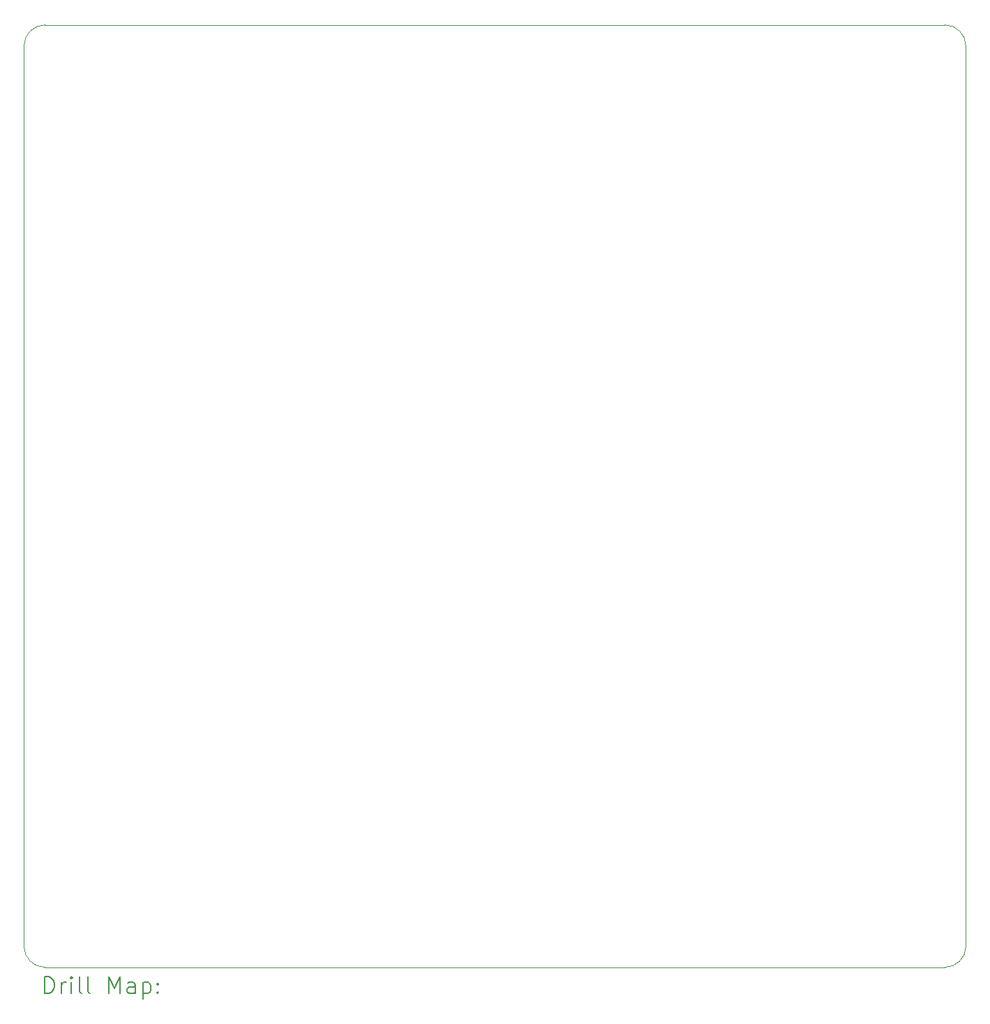
<source format=gbr>
%FSLAX45Y45*%
G04 Gerber Fmt 4.5, Leading zero omitted, Abs format (unit mm)*
G04 Created by KiCad (PCBNEW (6.0.1-0)) date 2022-02-11 11:51:30*
%MOMM*%
%LPD*%
G01*
G04 APERTURE LIST*
%TA.AperFunction,Profile*%
%ADD10C,0.100000*%
%TD*%
%ADD11C,0.200000*%
G04 APERTURE END LIST*
D10*
X2222500Y-13398500D02*
X2222500Y-2476500D01*
X2476500Y-2222500D02*
X13398500Y-2222500D01*
X13398500Y-13652500D02*
X2476500Y-13652500D01*
X2476500Y-2222500D02*
G75*
G03*
X2222500Y-2476500I0J-254000D01*
G01*
X13398500Y-13652500D02*
G75*
G03*
X13652500Y-13398500I0J254000D01*
G01*
X13652500Y-2476500D02*
G75*
G03*
X13398500Y-2222500I-254000J0D01*
G01*
X13652500Y-2476500D02*
X13652500Y-13398500D01*
X2222500Y-13398500D02*
G75*
G03*
X2476500Y-13652500I254000J0D01*
G01*
D11*
X2475119Y-13967976D02*
X2475119Y-13767976D01*
X2522738Y-13767976D01*
X2551310Y-13777500D01*
X2570357Y-13796548D01*
X2579881Y-13815595D01*
X2589405Y-13853690D01*
X2589405Y-13882262D01*
X2579881Y-13920357D01*
X2570357Y-13939405D01*
X2551310Y-13958452D01*
X2522738Y-13967976D01*
X2475119Y-13967976D01*
X2675119Y-13967976D02*
X2675119Y-13834643D01*
X2675119Y-13872738D02*
X2684643Y-13853690D01*
X2694167Y-13844167D01*
X2713214Y-13834643D01*
X2732262Y-13834643D01*
X2798928Y-13967976D02*
X2798928Y-13834643D01*
X2798928Y-13767976D02*
X2789405Y-13777500D01*
X2798928Y-13787024D01*
X2808452Y-13777500D01*
X2798928Y-13767976D01*
X2798928Y-13787024D01*
X2922738Y-13967976D02*
X2903690Y-13958452D01*
X2894167Y-13939405D01*
X2894167Y-13767976D01*
X3027500Y-13967976D02*
X3008452Y-13958452D01*
X2998928Y-13939405D01*
X2998928Y-13767976D01*
X3256071Y-13967976D02*
X3256071Y-13767976D01*
X3322738Y-13910833D01*
X3389405Y-13767976D01*
X3389405Y-13967976D01*
X3570357Y-13967976D02*
X3570357Y-13863214D01*
X3560833Y-13844167D01*
X3541786Y-13834643D01*
X3503690Y-13834643D01*
X3484643Y-13844167D01*
X3570357Y-13958452D02*
X3551309Y-13967976D01*
X3503690Y-13967976D01*
X3484643Y-13958452D01*
X3475119Y-13939405D01*
X3475119Y-13920357D01*
X3484643Y-13901309D01*
X3503690Y-13891786D01*
X3551309Y-13891786D01*
X3570357Y-13882262D01*
X3665595Y-13834643D02*
X3665595Y-14034643D01*
X3665595Y-13844167D02*
X3684643Y-13834643D01*
X3722738Y-13834643D01*
X3741786Y-13844167D01*
X3751309Y-13853690D01*
X3760833Y-13872738D01*
X3760833Y-13929881D01*
X3751309Y-13948928D01*
X3741786Y-13958452D01*
X3722738Y-13967976D01*
X3684643Y-13967976D01*
X3665595Y-13958452D01*
X3846548Y-13948928D02*
X3856071Y-13958452D01*
X3846548Y-13967976D01*
X3837024Y-13958452D01*
X3846548Y-13948928D01*
X3846548Y-13967976D01*
X3846548Y-13844167D02*
X3856071Y-13853690D01*
X3846548Y-13863214D01*
X3837024Y-13853690D01*
X3846548Y-13844167D01*
X3846548Y-13863214D01*
M02*

</source>
